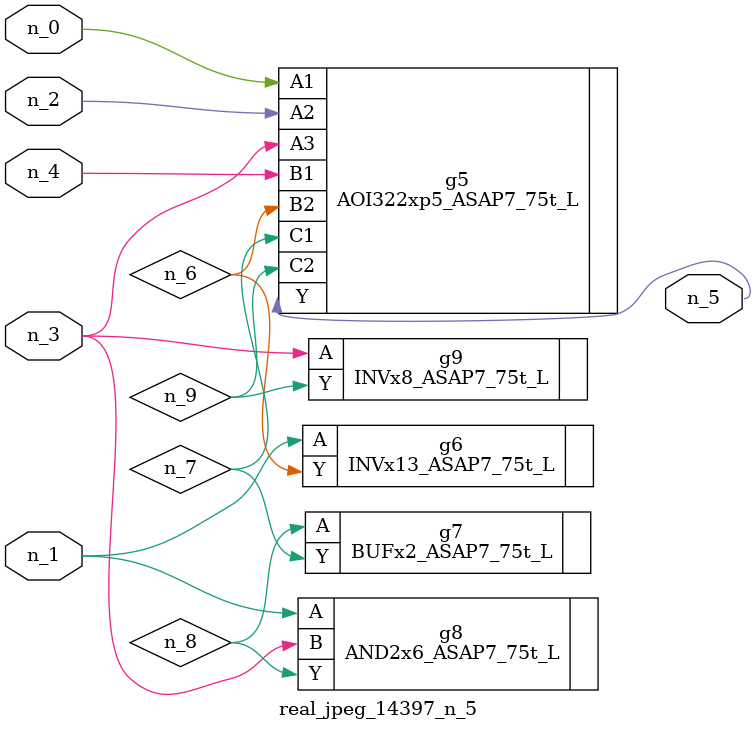
<source format=v>
module real_jpeg_14397_n_5 (n_4, n_0, n_1, n_2, n_3, n_5);

input n_4;
input n_0;
input n_1;
input n_2;
input n_3;

output n_5;

wire n_8;
wire n_6;
wire n_7;
wire n_9;

AOI322xp5_ASAP7_75t_L g5 ( 
.A1(n_0),
.A2(n_2),
.A3(n_3),
.B1(n_4),
.B2(n_6),
.C1(n_7),
.C2(n_9),
.Y(n_5)
);

INVx13_ASAP7_75t_L g6 ( 
.A(n_1),
.Y(n_6)
);

AND2x6_ASAP7_75t_L g8 ( 
.A(n_1),
.B(n_3),
.Y(n_8)
);

INVx8_ASAP7_75t_L g9 ( 
.A(n_3),
.Y(n_9)
);

BUFx2_ASAP7_75t_L g7 ( 
.A(n_8),
.Y(n_7)
);


endmodule
</source>
